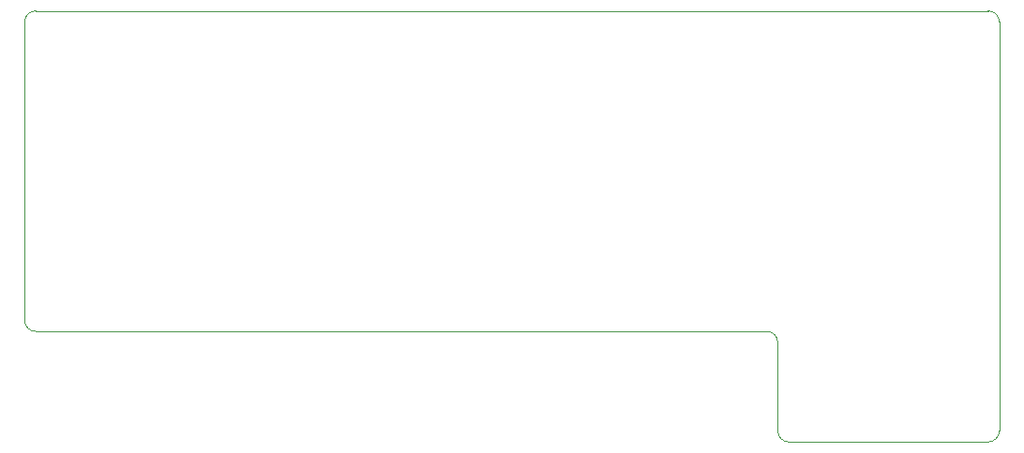
<source format=gbr>
G04 #@! TF.GenerationSoftware,KiCad,Pcbnew,5.1.5-52549c5~84~ubuntu18.04.1*
G04 #@! TF.CreationDate,2020-03-22T20:22:03-04:00*
G04 #@! TF.ProjectId,imac_g3_down_converter_board_adapter,696d6163-5f67-4335-9f64-6f776e5f636f,1*
G04 #@! TF.SameCoordinates,Original*
G04 #@! TF.FileFunction,Profile,NP*
%FSLAX46Y46*%
G04 Gerber Fmt 4.6, Leading zero omitted, Abs format (unit mm)*
G04 Created by KiCad (PCBNEW 5.1.5-52549c5~84~ubuntu18.04.1) date 2020-03-22 20:22:03*
%MOMM*%
%LPD*%
G04 APERTURE LIST*
%ADD10C,0.050000*%
G04 APERTURE END LIST*
D10*
X91462000Y-89690000D02*
X89462000Y-89690000D01*
X88462000Y-61690000D02*
X88462000Y-88690000D01*
X91462000Y-60690000D02*
X89462000Y-60690000D01*
X155462000Y-89690000D02*
X91462000Y-89690000D01*
X156462000Y-98690000D02*
X156462000Y-90690000D01*
X175462000Y-99690000D02*
X157462000Y-99690000D01*
X176462000Y-61690000D02*
X176462000Y-98690000D01*
X91462000Y-60690000D02*
X175462000Y-60690000D01*
X89462000Y-89690000D02*
G75*
G02X88462000Y-88690000I0J1000000D01*
G01*
X155462000Y-89690000D02*
G75*
G02X156462000Y-90690000I0J-1000000D01*
G01*
X157462000Y-99690000D02*
G75*
G02X156462000Y-98690000I0J1000000D01*
G01*
X176462000Y-98690000D02*
G75*
G02X175462000Y-99690000I-1000000J0D01*
G01*
X175462000Y-60690000D02*
G75*
G02X176462000Y-61690000I0J-1000000D01*
G01*
X88462000Y-61690000D02*
G75*
G02X89462000Y-60690000I1000000J0D01*
G01*
M02*

</source>
